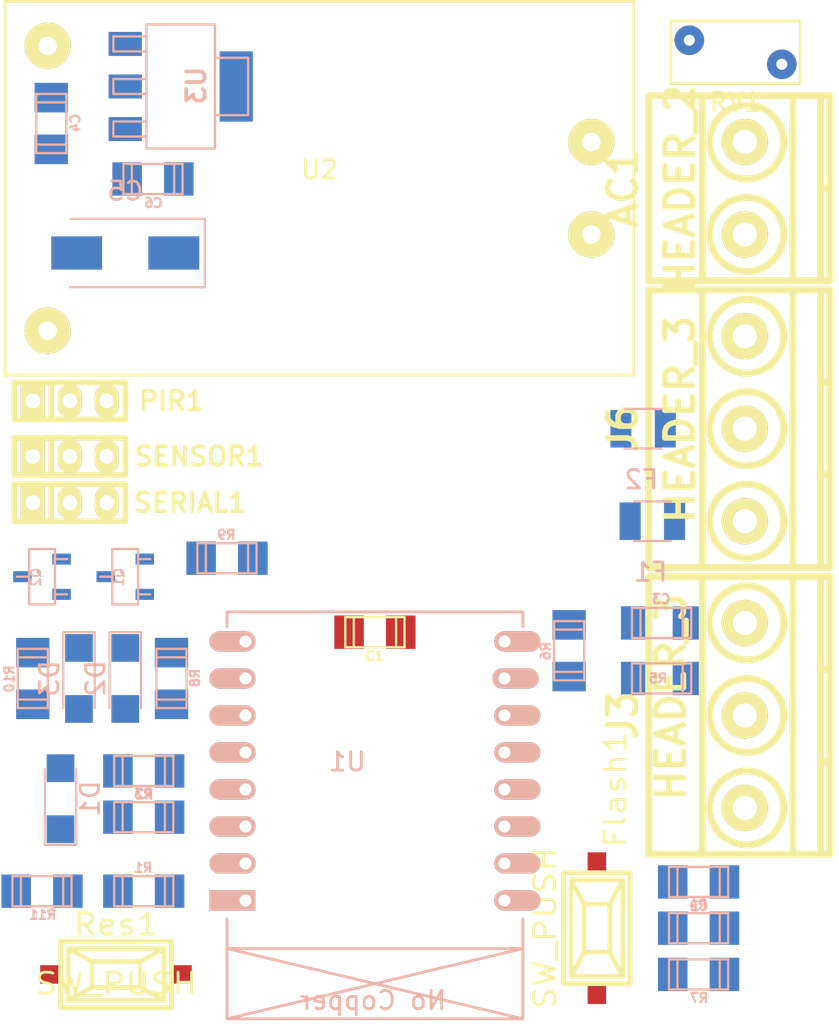
<source format=kicad_pcb>
(kicad_pcb (version 4) (host pcbnew 4.0.6)

  (general
    (links 66)
    (no_connects 66)
    (area 77.498001 83.605958 123.100001 139.375001)
    (thickness 1.6)
    (drawings 4)
    (tracks 0)
    (zones 0)
    (modules 36)
    (nets 32)
  )

  (page A4)
  (layers
    (0 F.Cu signal)
    (31 B.Cu signal)
    (32 B.Adhes user)
    (33 F.Adhes user)
    (34 B.Paste user)
    (35 F.Paste user)
    (36 B.SilkS user)
    (37 F.SilkS user)
    (38 B.Mask user)
    (39 F.Mask user)
    (40 Dwgs.User user)
    (41 Cmts.User user)
    (42 Eco1.User user)
    (43 Eco2.User user)
    (44 Edge.Cuts user)
    (45 Margin user)
    (46 B.CrtYd user)
    (47 F.CrtYd user)
    (48 B.Fab user)
    (49 F.Fab user)
  )

  (setup
    (last_trace_width 0.25)
    (trace_clearance 0.2)
    (zone_clearance 0.508)
    (zone_45_only no)
    (trace_min 0.2)
    (segment_width 0.2)
    (edge_width 0.15)
    (via_size 0.6)
    (via_drill 0.4)
    (via_min_size 0.4)
    (via_min_drill 0.3)
    (uvia_size 0.3)
    (uvia_drill 0.1)
    (uvias_allowed no)
    (uvia_min_size 0.2)
    (uvia_min_drill 0.1)
    (pcb_text_width 0.3)
    (pcb_text_size 1.5 1.5)
    (mod_edge_width 0.15)
    (mod_text_size 1 1)
    (mod_text_width 0.15)
    (pad_size 1.524 1.524)
    (pad_drill 0.762)
    (pad_to_mask_clearance 0.2)
    (aux_axis_origin 0 0)
    (visible_elements 7FFFFFFF)
    (pcbplotparams
      (layerselection 0x00030_80000001)
      (usegerberextensions false)
      (excludeedgelayer true)
      (linewidth 0.100000)
      (plotframeref false)
      (viasonmask false)
      (mode 1)
      (useauxorigin false)
      (hpglpennumber 1)
      (hpglpenspeed 20)
      (hpglpendiameter 15)
      (hpglpenoverlay 2)
      (psnegative false)
      (psa4output false)
      (plotreference true)
      (plotvalue true)
      (plotinvisibletext false)
      (padsonsilk false)
      (subtractmaskfromsilk false)
      (outputformat 1)
      (mirror false)
      (drillshape 1)
      (scaleselection 1)
      (outputdirectory ""))
  )

  (net 0 "")
  (net 1 +3.3V)
  (net 2 GND)
  (net 3 Sw1)
  (net 4 Sw2)
  (net 5 +5V)
  (net 6 "Net-(D1-Pad2)")
  (net 7 "Net-(D2-Pad1)")
  (net 8 "Net-(D3-Pad1)")
  (net 9 "Net-(Q1-Pad1)")
  (net 10 "Net-(Q1-Pad3)")
  (net 11 "Net-(Q2-Pad1)")
  (net 12 "Net-(Q2-Pad3)")
  (net 13 "Net-(F1-Pad1)")
  (net 14 "Net-(F1-Pad2)")
  (net 15 "Net-(F2-Pad1)")
  (net 16 "Net-(F2-Pad2)")
  (net 17 Neu)
  (net 18 Lin)
  (net 19 PIR)
  (net 20 Rx)
  (net 21 Tx)
  (net 22 Sensor)
  (net 23 "Net-(J6-Pad3)")
  (net 24 "Net-(R1-Pad2)")
  (net 25 "Net-(R2-Pad1)")
  (net 26 "Net-(R3-Pad2)")
  (net 27 "Net-(R6-Pad1)")
  (net 28 Relay1)
  (net 29 Relay2)
  (net 30 "Net-(U1-Pad2)")
  (net 31 "Net-(Flash1-Pad2)")

  (net_class Default "Esta es la clase de red por defecto."
    (clearance 0.2)
    (trace_width 0.25)
    (via_dia 0.6)
    (via_drill 0.4)
    (uvia_dia 0.3)
    (uvia_drill 0.1)
    (add_net +3.3V)
    (add_net +5V)
    (add_net GND)
    (add_net Lin)
    (add_net "Net-(D1-Pad2)")
    (add_net "Net-(D2-Pad1)")
    (add_net "Net-(D3-Pad1)")
    (add_net "Net-(F1-Pad1)")
    (add_net "Net-(F1-Pad2)")
    (add_net "Net-(F2-Pad1)")
    (add_net "Net-(F2-Pad2)")
    (add_net "Net-(Flash1-Pad2)")
    (add_net "Net-(J6-Pad3)")
    (add_net "Net-(Q1-Pad1)")
    (add_net "Net-(Q1-Pad3)")
    (add_net "Net-(Q2-Pad1)")
    (add_net "Net-(Q2-Pad3)")
    (add_net "Net-(R1-Pad2)")
    (add_net "Net-(R2-Pad1)")
    (add_net "Net-(R3-Pad2)")
    (add_net "Net-(R6-Pad1)")
    (add_net "Net-(U1-Pad2)")
    (add_net Neu)
    (add_net PIR)
    (add_net Relay1)
    (add_net Relay2)
    (add_net Rx)
    (add_net Sensor)
    (add_net Sw1)
    (add_net Sw2)
    (add_net Tx)
  )

  (module w_smd_cap:c_1206 (layer F.Cu) (tedit 0) (tstamp 595DEB2A)
    (at 98 118 180)
    (descr "SMT capacitor, 1206")
    (path /595B7EAA)
    (fp_text reference C1 (at 0.0254 -1.2954 180) (layer F.SilkS)
      (effects (font (size 0.50038 0.50038) (thickness 0.11938)))
    )
    (fp_text value C (at 0 1.27 180) (layer F.SilkS) hide
      (effects (font (size 0.50038 0.50038) (thickness 0.11938)))
    )
    (fp_line (start 1.143 0.8128) (end 1.143 -0.8128) (layer F.SilkS) (width 0.127))
    (fp_line (start -1.143 -0.8128) (end -1.143 0.8128) (layer F.SilkS) (width 0.127))
    (fp_line (start -1.6002 -0.8128) (end -1.6002 0.8128) (layer F.SilkS) (width 0.127))
    (fp_line (start -1.6002 0.8128) (end 1.6002 0.8128) (layer F.SilkS) (width 0.127))
    (fp_line (start 1.6002 0.8128) (end 1.6002 -0.8128) (layer F.SilkS) (width 0.127))
    (fp_line (start 1.6002 -0.8128) (end -1.6002 -0.8128) (layer F.SilkS) (width 0.127))
    (pad 1 smd rect (at 1.397 0 180) (size 1.6002 1.8034) (layers F.Cu F.Paste F.Mask)
      (net 1 +3.3V))
    (pad 2 smd rect (at -1.397 0 180) (size 1.6002 1.8034) (layers F.Cu F.Paste F.Mask)
      (net 2 GND))
    (model walter/md_cap/c_1206.wrl
      (at (xyz 0 0 0))
      (scale (xyz 1 1 1))
      (rotate (xyz 0 0 0))
    )
  )

  (module w_smd_cap:c_1206 (layer B.Cu) (tedit 0) (tstamp 595DEB36)
    (at 115.5 131.5)
    (descr "SMT capacitor, 1206")
    (path /595B0CA9)
    (fp_text reference C2 (at 0.0254 1.2954) (layer B.SilkS)
      (effects (font (size 0.50038 0.50038) (thickness 0.11938)) (justify mirror))
    )
    (fp_text value C (at 0 -1.27) (layer B.SilkS) hide
      (effects (font (size 0.50038 0.50038) (thickness 0.11938)) (justify mirror))
    )
    (fp_line (start 1.143 -0.8128) (end 1.143 0.8128) (layer B.SilkS) (width 0.127))
    (fp_line (start -1.143 0.8128) (end -1.143 -0.8128) (layer B.SilkS) (width 0.127))
    (fp_line (start -1.6002 0.8128) (end -1.6002 -0.8128) (layer B.SilkS) (width 0.127))
    (fp_line (start -1.6002 -0.8128) (end 1.6002 -0.8128) (layer B.SilkS) (width 0.127))
    (fp_line (start 1.6002 -0.8128) (end 1.6002 0.8128) (layer B.SilkS) (width 0.127))
    (fp_line (start 1.6002 0.8128) (end -1.6002 0.8128) (layer B.SilkS) (width 0.127))
    (pad 1 smd rect (at 1.397 0) (size 1.6002 1.8034) (layers B.Cu B.Paste B.Mask)
      (net 3 Sw1))
    (pad 2 smd rect (at -1.397 0) (size 1.6002 1.8034) (layers B.Cu B.Paste B.Mask)
      (net 2 GND))
    (model walter/smd_cap/c_1206.wrl
      (at (xyz 0 0 0))
      (scale (xyz 1 1 1))
      (rotate (xyz 0 0 0))
    )
  )

  (module w_smd_cap:c_1206 (layer B.Cu) (tedit 0) (tstamp 595DEB42)
    (at 113.5 117.5 180)
    (descr "SMT capacitor, 1206")
    (path /595B0E3C)
    (fp_text reference C3 (at 0.0254 1.2954 180) (layer B.SilkS)
      (effects (font (size 0.50038 0.50038) (thickness 0.11938)) (justify mirror))
    )
    (fp_text value C (at 0 -1.27 180) (layer B.SilkS) hide
      (effects (font (size 0.50038 0.50038) (thickness 0.11938)) (justify mirror))
    )
    (fp_line (start 1.143 -0.8128) (end 1.143 0.8128) (layer B.SilkS) (width 0.127))
    (fp_line (start -1.143 0.8128) (end -1.143 -0.8128) (layer B.SilkS) (width 0.127))
    (fp_line (start -1.6002 0.8128) (end -1.6002 -0.8128) (layer B.SilkS) (width 0.127))
    (fp_line (start -1.6002 -0.8128) (end 1.6002 -0.8128) (layer B.SilkS) (width 0.127))
    (fp_line (start 1.6002 -0.8128) (end 1.6002 0.8128) (layer B.SilkS) (width 0.127))
    (fp_line (start 1.6002 0.8128) (end -1.6002 0.8128) (layer B.SilkS) (width 0.127))
    (pad 1 smd rect (at 1.397 0 180) (size 1.6002 1.8034) (layers B.Cu B.Paste B.Mask)
      (net 4 Sw2))
    (pad 2 smd rect (at -1.397 0 180) (size 1.6002 1.8034) (layers B.Cu B.Paste B.Mask)
      (net 2 GND))
    (model walter/smd_cap/c_1206.wrl
      (at (xyz 0 0 0))
      (scale (xyz 1 1 1))
      (rotate (xyz 0 0 0))
    )
  )

  (module w_smd_cap:c_1206 (layer B.Cu) (tedit 0) (tstamp 595DEB4E)
    (at 80.5 90.5 90)
    (descr "SMT capacitor, 1206")
    (path /59593C8A)
    (fp_text reference C4 (at 0.0254 1.2954 90) (layer B.SilkS)
      (effects (font (size 0.50038 0.50038) (thickness 0.11938)) (justify mirror))
    )
    (fp_text value C (at 0 -1.27 90) (layer B.SilkS) hide
      (effects (font (size 0.50038 0.50038) (thickness 0.11938)) (justify mirror))
    )
    (fp_line (start 1.143 -0.8128) (end 1.143 0.8128) (layer B.SilkS) (width 0.127))
    (fp_line (start -1.143 0.8128) (end -1.143 -0.8128) (layer B.SilkS) (width 0.127))
    (fp_line (start -1.6002 0.8128) (end -1.6002 -0.8128) (layer B.SilkS) (width 0.127))
    (fp_line (start -1.6002 -0.8128) (end 1.6002 -0.8128) (layer B.SilkS) (width 0.127))
    (fp_line (start 1.6002 -0.8128) (end 1.6002 0.8128) (layer B.SilkS) (width 0.127))
    (fp_line (start 1.6002 0.8128) (end -1.6002 0.8128) (layer B.SilkS) (width 0.127))
    (pad 1 smd rect (at 1.397 0 90) (size 1.6002 1.8034) (layers B.Cu B.Paste B.Mask)
      (net 5 +5V))
    (pad 2 smd rect (at -1.397 0 90) (size 1.6002 1.8034) (layers B.Cu B.Paste B.Mask)
      (net 2 GND))
    (model walter/smd_cap/c_1206.wrl
      (at (xyz 0 0 0))
      (scale (xyz 1 1 1))
      (rotate (xyz 0 0 0))
    )
  )

  (module w_smd_cap:c_1206 (layer B.Cu) (tedit 0) (tstamp 595DEB5A)
    (at 86 93.5)
    (descr "SMT capacitor, 1206")
    (path /59593786)
    (fp_text reference C6 (at 0.0254 1.2954) (layer B.SilkS)
      (effects (font (size 0.50038 0.50038) (thickness 0.11938)) (justify mirror))
    )
    (fp_text value C (at 0 -1.27) (layer B.SilkS) hide
      (effects (font (size 0.50038 0.50038) (thickness 0.11938)) (justify mirror))
    )
    (fp_line (start 1.143 -0.8128) (end 1.143 0.8128) (layer B.SilkS) (width 0.127))
    (fp_line (start -1.143 0.8128) (end -1.143 -0.8128) (layer B.SilkS) (width 0.127))
    (fp_line (start -1.6002 0.8128) (end -1.6002 -0.8128) (layer B.SilkS) (width 0.127))
    (fp_line (start -1.6002 -0.8128) (end 1.6002 -0.8128) (layer B.SilkS) (width 0.127))
    (fp_line (start 1.6002 -0.8128) (end 1.6002 0.8128) (layer B.SilkS) (width 0.127))
    (fp_line (start 1.6002 0.8128) (end -1.6002 0.8128) (layer B.SilkS) (width 0.127))
    (pad 1 smd rect (at 1.397 0) (size 1.6002 1.8034) (layers B.Cu B.Paste B.Mask)
      (net 1 +3.3V))
    (pad 2 smd rect (at -1.397 0) (size 1.6002 1.8034) (layers B.Cu B.Paste B.Mask)
      (net 2 GND))
    (model walter/smd_cap/c_1206.wrl
      (at (xyz 0 0 0))
      (scale (xyz 1 1 1))
      (rotate (xyz 0 0 0))
    )
  )

  (module LEDs:LED_1206 (layer B.Cu) (tedit 57FE943C) (tstamp 595DEB6F)
    (at 81 127 90)
    (descr "LED 1206 smd package")
    (tags "LED led 1206 SMD smd SMT smt smdled SMDLED smtled SMTLED")
    (path /595AC039)
    (attr smd)
    (fp_text reference D1 (at 0 1.6 90) (layer B.SilkS)
      (effects (font (size 1 1) (thickness 0.15)) (justify mirror))
    )
    (fp_text value LED (at 0 -1.7 90) (layer B.Fab)
      (effects (font (size 1 1) (thickness 0.15)) (justify mirror))
    )
    (fp_line (start -2.5 0.85) (end -2.5 -0.85) (layer B.SilkS) (width 0.12))
    (fp_line (start -0.45 0.4) (end -0.45 -0.4) (layer B.Fab) (width 0.1))
    (fp_line (start -0.4 0) (end 0.2 0.4) (layer B.Fab) (width 0.1))
    (fp_line (start 0.2 -0.4) (end -0.4 0) (layer B.Fab) (width 0.1))
    (fp_line (start 0.2 0.4) (end 0.2 -0.4) (layer B.Fab) (width 0.1))
    (fp_line (start 1.6 -0.8) (end -1.6 -0.8) (layer B.Fab) (width 0.1))
    (fp_line (start 1.6 0.8) (end 1.6 -0.8) (layer B.Fab) (width 0.1))
    (fp_line (start -1.6 0.8) (end 1.6 0.8) (layer B.Fab) (width 0.1))
    (fp_line (start -1.6 -0.8) (end -1.6 0.8) (layer B.Fab) (width 0.1))
    (fp_line (start -2.45 -0.85) (end 1.6 -0.85) (layer B.SilkS) (width 0.12))
    (fp_line (start -2.45 0.85) (end 1.6 0.85) (layer B.SilkS) (width 0.12))
    (fp_line (start 2.65 1) (end 2.65 -1) (layer B.CrtYd) (width 0.05))
    (fp_line (start 2.65 -1) (end -2.65 -1) (layer B.CrtYd) (width 0.05))
    (fp_line (start -2.65 -1) (end -2.65 1) (layer B.CrtYd) (width 0.05))
    (fp_line (start -2.65 1) (end 2.65 1) (layer B.CrtYd) (width 0.05))
    (pad 2 smd rect (at 1.65 0 270) (size 1.5 1.5) (layers B.Cu B.Paste B.Mask)
      (net 6 "Net-(D1-Pad2)"))
    (pad 1 smd rect (at -1.65 0 270) (size 1.5 1.5) (layers B.Cu B.Paste B.Mask)
      (net 2 GND))
    (model LEDs.3dshapes/LED_1206.wrl
      (at (xyz 0 0 0))
      (scale (xyz 1 1 1))
      (rotate (xyz 0 0 180))
    )
  )

  (module LEDs:LED_1206 (layer B.Cu) (tedit 57FE943C) (tstamp 595DEB84)
    (at 84.5 120.5 270)
    (descr "LED 1206 smd package")
    (tags "LED led 1206 SMD smd SMT smt smdled SMDLED smtled SMTLED")
    (path /595B3C53)
    (attr smd)
    (fp_text reference D2 (at 0 1.6 270) (layer B.SilkS)
      (effects (font (size 1 1) (thickness 0.15)) (justify mirror))
    )
    (fp_text value LED (at 0 -1.7 270) (layer B.Fab)
      (effects (font (size 1 1) (thickness 0.15)) (justify mirror))
    )
    (fp_line (start -2.5 0.85) (end -2.5 -0.85) (layer B.SilkS) (width 0.12))
    (fp_line (start -0.45 0.4) (end -0.45 -0.4) (layer B.Fab) (width 0.1))
    (fp_line (start -0.4 0) (end 0.2 0.4) (layer B.Fab) (width 0.1))
    (fp_line (start 0.2 -0.4) (end -0.4 0) (layer B.Fab) (width 0.1))
    (fp_line (start 0.2 0.4) (end 0.2 -0.4) (layer B.Fab) (width 0.1))
    (fp_line (start 1.6 -0.8) (end -1.6 -0.8) (layer B.Fab) (width 0.1))
    (fp_line (start 1.6 0.8) (end 1.6 -0.8) (layer B.Fab) (width 0.1))
    (fp_line (start -1.6 0.8) (end 1.6 0.8) (layer B.Fab) (width 0.1))
    (fp_line (start -1.6 -0.8) (end -1.6 0.8) (layer B.Fab) (width 0.1))
    (fp_line (start -2.45 -0.85) (end 1.6 -0.85) (layer B.SilkS) (width 0.12))
    (fp_line (start -2.45 0.85) (end 1.6 0.85) (layer B.SilkS) (width 0.12))
    (fp_line (start 2.65 1) (end 2.65 -1) (layer B.CrtYd) (width 0.05))
    (fp_line (start 2.65 -1) (end -2.65 -1) (layer B.CrtYd) (width 0.05))
    (fp_line (start -2.65 -1) (end -2.65 1) (layer B.CrtYd) (width 0.05))
    (fp_line (start -2.65 1) (end 2.65 1) (layer B.CrtYd) (width 0.05))
    (pad 2 smd rect (at 1.65 0 90) (size 1.5 1.5) (layers B.Cu B.Paste B.Mask)
      (net 5 +5V))
    (pad 1 smd rect (at -1.65 0 90) (size 1.5 1.5) (layers B.Cu B.Paste B.Mask)
      (net 7 "Net-(D2-Pad1)"))
    (model LEDs.3dshapes/LED_1206.wrl
      (at (xyz 0 0 0))
      (scale (xyz 1 1 1))
      (rotate (xyz 0 0 180))
    )
  )

  (module LEDs:LED_1206 (layer B.Cu) (tedit 57FE943C) (tstamp 595DEB99)
    (at 82 120.5 270)
    (descr "LED 1206 smd package")
    (tags "LED led 1206 SMD smd SMT smt smdled SMDLED smtled SMTLED")
    (path /595C1C14)
    (attr smd)
    (fp_text reference D3 (at 0 1.6 270) (layer B.SilkS)
      (effects (font (size 1 1) (thickness 0.15)) (justify mirror))
    )
    (fp_text value LED (at 0 -1.7 270) (layer B.Fab)
      (effects (font (size 1 1) (thickness 0.15)) (justify mirror))
    )
    (fp_line (start -2.5 0.85) (end -2.5 -0.85) (layer B.SilkS) (width 0.12))
    (fp_line (start -0.45 0.4) (end -0.45 -0.4) (layer B.Fab) (width 0.1))
    (fp_line (start -0.4 0) (end 0.2 0.4) (layer B.Fab) (width 0.1))
    (fp_line (start 0.2 -0.4) (end -0.4 0) (layer B.Fab) (width 0.1))
    (fp_line (start 0.2 0.4) (end 0.2 -0.4) (layer B.Fab) (width 0.1))
    (fp_line (start 1.6 -0.8) (end -1.6 -0.8) (layer B.Fab) (width 0.1))
    (fp_line (start 1.6 0.8) (end 1.6 -0.8) (layer B.Fab) (width 0.1))
    (fp_line (start -1.6 0.8) (end 1.6 0.8) (layer B.Fab) (width 0.1))
    (fp_line (start -1.6 -0.8) (end -1.6 0.8) (layer B.Fab) (width 0.1))
    (fp_line (start -2.45 -0.85) (end 1.6 -0.85) (layer B.SilkS) (width 0.12))
    (fp_line (start -2.45 0.85) (end 1.6 0.85) (layer B.SilkS) (width 0.12))
    (fp_line (start 2.65 1) (end 2.65 -1) (layer B.CrtYd) (width 0.05))
    (fp_line (start 2.65 -1) (end -2.65 -1) (layer B.CrtYd) (width 0.05))
    (fp_line (start -2.65 -1) (end -2.65 1) (layer B.CrtYd) (width 0.05))
    (fp_line (start -2.65 1) (end 2.65 1) (layer B.CrtYd) (width 0.05))
    (pad 2 smd rect (at 1.65 0 90) (size 1.5 1.5) (layers B.Cu B.Paste B.Mask)
      (net 5 +5V))
    (pad 1 smd rect (at -1.65 0 90) (size 1.5 1.5) (layers B.Cu B.Paste B.Mask)
      (net 8 "Net-(D3-Pad1)"))
    (model LEDs.3dshapes/LED_1206.wrl
      (at (xyz 0 0 0))
      (scale (xyz 1 1 1))
      (rotate (xyz 0 0 180))
    )
  )

  (module Fuse_Holders_and_Fuses:Fuse_SMD1206_Reflow (layer B.Cu) (tedit 0) (tstamp 595DBDC3)
    (at 113 112)
    (descr "Fuse, Sicherung, SMD1206, Littlefuse-Wickmann, Reflow,")
    (tags "Fuse Sicherung SMD1206 Littlefuse-Wickmann Reflow ")
    (path /595BFCEB)
    (attr smd)
    (fp_text reference F1 (at -0.1 2.75) (layer B.SilkS)
      (effects (font (size 1 1) (thickness 0.15)) (justify mirror))
    )
    (fp_text value Fuse_Small (at -0.45 -3.2) (layer B.Fab)
      (effects (font (size 1 1) (thickness 0.15)) (justify mirror))
    )
    (fp_line (start -1.6 -0.8) (end -1.6 0.8) (layer B.Fab) (width 0.1))
    (fp_line (start 1.6 -0.8) (end -1.6 -0.8) (layer B.Fab) (width 0.1))
    (fp_line (start 1.6 0.8) (end 1.6 -0.8) (layer B.Fab) (width 0.1))
    (fp_line (start -1.6 0.8) (end 1.6 0.8) (layer B.Fab) (width 0.1))
    (fp_line (start 1 -1.07) (end -1 -1.07) (layer B.SilkS) (width 0.12))
    (fp_line (start -1 1.07) (end 1 1.07) (layer B.SilkS) (width 0.12))
    (fp_line (start -2.47 1.05) (end 2.47 1.05) (layer B.CrtYd) (width 0.05))
    (fp_line (start -2.47 1.05) (end -2.47 -1.05) (layer B.CrtYd) (width 0.05))
    (fp_line (start 2.47 -1.05) (end 2.47 1.05) (layer B.CrtYd) (width 0.05))
    (fp_line (start 2.47 -1.05) (end -2.47 -1.05) (layer B.CrtYd) (width 0.05))
    (pad 1 smd rect (at -1.2 0 270) (size 2.03 1.14) (layers B.Cu B.Paste B.Mask)
      (net 13 "Net-(F1-Pad1)"))
    (pad 2 smd rect (at 1.2 0 270) (size 2.03 1.14) (layers B.Cu B.Paste B.Mask)
      (net 14 "Net-(F1-Pad2)"))
  )

  (module Fuse_Holders_and_Fuses:Fuse_SMD1206_Reflow (layer B.Cu) (tedit 0) (tstamp 595DBDC9)
    (at 112.5 107)
    (descr "Fuse, Sicherung, SMD1206, Littlefuse-Wickmann, Reflow,")
    (tags "Fuse Sicherung SMD1206 Littlefuse-Wickmann Reflow ")
    (path /595C1C49)
    (attr smd)
    (fp_text reference F2 (at -0.1 2.75) (layer B.SilkS)
      (effects (font (size 1 1) (thickness 0.15)) (justify mirror))
    )
    (fp_text value Fuse_Small (at -0.45 -3.2) (layer B.Fab)
      (effects (font (size 1 1) (thickness 0.15)) (justify mirror))
    )
    (fp_line (start -1.6 -0.8) (end -1.6 0.8) (layer B.Fab) (width 0.1))
    (fp_line (start 1.6 -0.8) (end -1.6 -0.8) (layer B.Fab) (width 0.1))
    (fp_line (start 1.6 0.8) (end 1.6 -0.8) (layer B.Fab) (width 0.1))
    (fp_line (start -1.6 0.8) (end 1.6 0.8) (layer B.Fab) (width 0.1))
    (fp_line (start 1 -1.07) (end -1 -1.07) (layer B.SilkS) (width 0.12))
    (fp_line (start -1 1.07) (end 1 1.07) (layer B.SilkS) (width 0.12))
    (fp_line (start -2.47 1.05) (end 2.47 1.05) (layer B.CrtYd) (width 0.05))
    (fp_line (start -2.47 1.05) (end -2.47 -1.05) (layer B.CrtYd) (width 0.05))
    (fp_line (start 2.47 -1.05) (end 2.47 1.05) (layer B.CrtYd) (width 0.05))
    (fp_line (start 2.47 -1.05) (end -2.47 -1.05) (layer B.CrtYd) (width 0.05))
    (pad 1 smd rect (at -1.2 0 270) (size 2.03 1.14) (layers B.Cu B.Paste B.Mask)
      (net 15 "Net-(F2-Pad1)"))
    (pad 2 smd rect (at 1.2 0 270) (size 2.03 1.14) (layers B.Cu B.Paste B.Mask)
      (net 16 "Net-(F2-Pad2)"))
  )

  (module w_conn_mkds:mkds_1,5-3 (layer F.Cu) (tedit 595E8373) (tstamp 595DBDDD)
    (at 118 122.5 90)
    (descr "3-way 5mm pitch terminal block, Phoenix MKDS series")
    (path /5959A639)
    (fp_text reference J3 (at 0 -6.6 90) (layer F.SilkS)
      (effects (font (size 1.5 1.5) (thickness 0.3)))
    )
    (fp_text value HEADER_3 (at 1 -4 90) (layer F.SilkS)
      (effects (font (size 1.5 1.5) (thickness 0.3)))
    )
    (fp_circle (center 5 0.1) (end 3 0.1) (layer F.SilkS) (width 0.381))
    (fp_line (start 2.5 4.1) (end 2.5 4.6) (layer F.SilkS) (width 0.381))
    (fp_line (start -2.5 4.1) (end -2.5 4.6) (layer F.SilkS) (width 0.381))
    (fp_circle (center 0 0.1) (end -2 0.1) (layer F.SilkS) (width 0.381))
    (fp_circle (center -5 0.1) (end -3 0.1) (layer F.SilkS) (width 0.381))
    (fp_line (start -7.5 2.6) (end 7.5 2.6) (layer F.SilkS) (width 0.381))
    (fp_line (start -7.5 -2.3) (end 7.5 -2.3) (layer F.SilkS) (width 0.381))
    (fp_line (start -7.5 4.1) (end 7.5 4.1) (layer F.SilkS) (width 0.381))
    (fp_line (start -7.5 4.6) (end 7.5 4.6) (layer F.SilkS) (width 0.381))
    (fp_line (start 7.5 4.6) (end 7.5 -5.2) (layer F.SilkS) (width 0.381))
    (fp_line (start 7.5 -5.2) (end -7.5 -5.2) (layer F.SilkS) (width 0.381))
    (fp_line (start -7.5 -5.2) (end -7.5 4.6) (layer F.SilkS) (width 0.381))
    (pad 3 thru_hole circle (at 5 0 90) (size 2.5 2.5) (drill 1.3) (layers *.Cu *.Mask F.SilkS)
      (net 2 GND))
    (pad 1 thru_hole circle (at -5 0 90) (size 2.5 2.5) (drill 1.3) (layers *.Cu *.Mask F.SilkS)
      (net 3 Sw1))
    (pad 2 thru_hole circle (at 0 0 90) (size 2.5 2.5) (drill 1.3) (layers *.Cu *.Mask F.SilkS)
      (net 4 Sw2))
    (model walter/conn_mkds/mkds_1,5-3.wrl
      (at (xyz 0 0 0))
      (scale (xyz 1 1 1))
      (rotate (xyz 0 0 0))
    )
  )

  (module w_conn_mkds:mkds_1,5-3 (layer F.Cu) (tedit 595E8370) (tstamp 595DBDF2)
    (at 118 107 90)
    (descr "3-way 5mm pitch terminal block, Phoenix MKDS series")
    (path /595C4E13)
    (fp_text reference J6 (at 0 -6.6 90) (layer F.SilkS)
      (effects (font (size 1.5 1.5) (thickness 0.3)))
    )
    (fp_text value HEADER_3 (at 0.5 -3.5 90) (layer F.SilkS)
      (effects (font (size 1.5 1.5) (thickness 0.3)))
    )
    (fp_circle (center 5 0.1) (end 3 0.1) (layer F.SilkS) (width 0.381))
    (fp_line (start 2.5 4.1) (end 2.5 4.6) (layer F.SilkS) (width 0.381))
    (fp_line (start -2.5 4.1) (end -2.5 4.6) (layer F.SilkS) (width 0.381))
    (fp_circle (center 0 0.1) (end -2 0.1) (layer F.SilkS) (width 0.381))
    (fp_circle (center -5 0.1) (end -3 0.1) (layer F.SilkS) (width 0.381))
    (fp_line (start -7.5 2.6) (end 7.5 2.6) (layer F.SilkS) (width 0.381))
    (fp_line (start -7.5 -2.3) (end 7.5 -2.3) (layer F.SilkS) (width 0.381))
    (fp_line (start -7.5 4.1) (end 7.5 4.1) (layer F.SilkS) (width 0.381))
    (fp_line (start -7.5 4.6) (end 7.5 4.6) (layer F.SilkS) (width 0.381))
    (fp_line (start 7.5 4.6) (end 7.5 -5.2) (layer F.SilkS) (width 0.381))
    (fp_line (start 7.5 -5.2) (end -7.5 -5.2) (layer F.SilkS) (width 0.381))
    (fp_line (start -7.5 -5.2) (end -7.5 4.6) (layer F.SilkS) (width 0.381))
    (pad 3 thru_hole circle (at 5 0 90) (size 2.5 2.5) (drill 1.3) (layers *.Cu *.Mask F.SilkS)
      (net 23 "Net-(J6-Pad3)"))
    (pad 1 thru_hole circle (at -5 0 90) (size 2.5 2.5) (drill 1.3) (layers *.Cu *.Mask F.SilkS)
      (net 14 "Net-(F1-Pad2)"))
    (pad 2 thru_hole circle (at 0 0 90) (size 2.5 2.5) (drill 1.3) (layers *.Cu *.Mask F.SilkS)
      (net 16 "Net-(F2-Pad2)"))
    (model walter/conn_mkds/mkds_1,5-3.wrl
      (at (xyz 0 0 0))
      (scale (xyz 1 1 1))
      (rotate (xyz 0 0 0))
    )
  )

  (module w_smd_resistors:r_1206 (layer B.Cu) (tedit 0) (tstamp 595DBDF8)
    (at 85.5 132 180)
    (descr "SMT resistor, 1206")
    (path /5957FED8)
    (fp_text reference R1 (at 0.0254 1.27 180) (layer B.SilkS)
      (effects (font (size 0.50038 0.50038) (thickness 0.11938)) (justify mirror))
    )
    (fp_text value 10k (at 0 -1.27 180) (layer B.SilkS) hide
      (effects (font (size 0.50038 0.50038) (thickness 0.11938)) (justify mirror))
    )
    (fp_line (start 1.143 -0.8128) (end 1.143 0.8128) (layer B.SilkS) (width 0.127))
    (fp_line (start -1.143 0.8128) (end -1.143 -0.8128) (layer B.SilkS) (width 0.127))
    (fp_line (start -1.6002 0.8128) (end -1.6002 -0.8128) (layer B.SilkS) (width 0.127))
    (fp_line (start -1.6002 -0.8128) (end 1.6002 -0.8128) (layer B.SilkS) (width 0.127))
    (fp_line (start 1.6002 -0.8128) (end 1.6002 0.8128) (layer B.SilkS) (width 0.127))
    (fp_line (start 1.6002 0.8128) (end -1.6002 0.8128) (layer B.SilkS) (width 0.127))
    (pad 1 smd rect (at 1.397 0 180) (size 1.6002 1.8034) (layers B.Cu B.Paste B.Mask)
      (net 1 +3.3V))
    (pad 2 smd rect (at -1.397 0 180) (size 1.6002 1.8034) (layers B.Cu B.Paste B.Mask)
      (net 24 "Net-(R1-Pad2)"))
    (model walter/smd_resistors/r_1206.wrl
      (at (xyz 0 0 0))
      (scale (xyz 1 1 1))
      (rotate (xyz 0 0 0))
    )
  )

  (module w_smd_resistors:r_1206 (layer B.Cu) (tedit 0) (tstamp 595DBDFE)
    (at 85.5 125.5)
    (descr "SMT resistor, 1206")
    (path /595ABC23)
    (fp_text reference R2 (at 0.0254 1.27) (layer B.SilkS)
      (effects (font (size 0.50038 0.50038) (thickness 0.11938)) (justify mirror))
    )
    (fp_text value R (at 0 -1.27) (layer B.SilkS) hide
      (effects (font (size 0.50038 0.50038) (thickness 0.11938)) (justify mirror))
    )
    (fp_line (start 1.143 -0.8128) (end 1.143 0.8128) (layer B.SilkS) (width 0.127))
    (fp_line (start -1.143 0.8128) (end -1.143 -0.8128) (layer B.SilkS) (width 0.127))
    (fp_line (start -1.6002 0.8128) (end -1.6002 -0.8128) (layer B.SilkS) (width 0.127))
    (fp_line (start -1.6002 -0.8128) (end 1.6002 -0.8128) (layer B.SilkS) (width 0.127))
    (fp_line (start 1.6002 -0.8128) (end 1.6002 0.8128) (layer B.SilkS) (width 0.127))
    (fp_line (start 1.6002 0.8128) (end -1.6002 0.8128) (layer B.SilkS) (width 0.127))
    (pad 1 smd rect (at 1.397 0) (size 1.6002 1.8034) (layers B.Cu B.Paste B.Mask)
      (net 25 "Net-(R2-Pad1)"))
    (pad 2 smd rect (at -1.397 0) (size 1.6002 1.8034) (layers B.Cu B.Paste B.Mask)
      (net 6 "Net-(D1-Pad2)"))
    (model walter/smd_resistors/r_1206.wrl
      (at (xyz 0 0 0))
      (scale (xyz 1 1 1))
      (rotate (xyz 0 0 0))
    )
  )

  (module w_smd_resistors:r_1206 (layer B.Cu) (tedit 0) (tstamp 595DBE04)
    (at 85.5 128 180)
    (descr "SMT resistor, 1206")
    (path /595800E5)
    (fp_text reference R3 (at 0.0254 1.27 180) (layer B.SilkS)
      (effects (font (size 0.50038 0.50038) (thickness 0.11938)) (justify mirror))
    )
    (fp_text value R (at 0 -1.27 180) (layer B.SilkS) hide
      (effects (font (size 0.50038 0.50038) (thickness 0.11938)) (justify mirror))
    )
    (fp_line (start 1.143 -0.8128) (end 1.143 0.8128) (layer B.SilkS) (width 0.127))
    (fp_line (start -1.143 0.8128) (end -1.143 -0.8128) (layer B.SilkS) (width 0.127))
    (fp_line (start -1.6002 0.8128) (end -1.6002 -0.8128) (layer B.SilkS) (width 0.127))
    (fp_line (start -1.6002 -0.8128) (end 1.6002 -0.8128) (layer B.SilkS) (width 0.127))
    (fp_line (start 1.6002 -0.8128) (end 1.6002 0.8128) (layer B.SilkS) (width 0.127))
    (fp_line (start 1.6002 0.8128) (end -1.6002 0.8128) (layer B.SilkS) (width 0.127))
    (pad 1 smd rect (at 1.397 0 180) (size 1.6002 1.8034) (layers B.Cu B.Paste B.Mask)
      (net 1 +3.3V))
    (pad 2 smd rect (at -1.397 0 180) (size 1.6002 1.8034) (layers B.Cu B.Paste B.Mask)
      (net 26 "Net-(R3-Pad2)"))
    (model walter/smd_resistors/r_1206.wrl
      (at (xyz 0 0 0))
      (scale (xyz 1 1 1))
      (rotate (xyz 0 0 0))
    )
  )

  (module w_smd_resistors:r_1206 (layer B.Cu) (tedit 0) (tstamp 595DBE0A)
    (at 115.5 134 180)
    (descr "SMT resistor, 1206")
    (path /595AF4CC)
    (fp_text reference R4 (at 0.0254 1.27 180) (layer B.SilkS)
      (effects (font (size 0.50038 0.50038) (thickness 0.11938)) (justify mirror))
    )
    (fp_text value R (at 0 -1.27 180) (layer B.SilkS) hide
      (effects (font (size 0.50038 0.50038) (thickness 0.11938)) (justify mirror))
    )
    (fp_line (start 1.143 -0.8128) (end 1.143 0.8128) (layer B.SilkS) (width 0.127))
    (fp_line (start -1.143 0.8128) (end -1.143 -0.8128) (layer B.SilkS) (width 0.127))
    (fp_line (start -1.6002 0.8128) (end -1.6002 -0.8128) (layer B.SilkS) (width 0.127))
    (fp_line (start -1.6002 -0.8128) (end 1.6002 -0.8128) (layer B.SilkS) (width 0.127))
    (fp_line (start 1.6002 -0.8128) (end 1.6002 0.8128) (layer B.SilkS) (width 0.127))
    (fp_line (start 1.6002 0.8128) (end -1.6002 0.8128) (layer B.SilkS) (width 0.127))
    (pad 1 smd rect (at 1.397 0 180) (size 1.6002 1.8034) (layers B.Cu B.Paste B.Mask)
      (net 1 +3.3V))
    (pad 2 smd rect (at -1.397 0 180) (size 1.6002 1.8034) (layers B.Cu B.Paste B.Mask)
      (net 3 Sw1))
    (model walter/smd_resistors/r_1206.wrl
      (at (xyz 0 0 0))
      (scale (xyz 1 1 1))
      (rotate (xyz 0 0 0))
    )
  )

  (module w_smd_resistors:r_1206 (layer B.Cu) (tedit 595E833A) (tstamp 595DBE10)
    (at 113.5 120.5 180)
    (descr "SMT resistor, 1206")
    (path /595B0025)
    (fp_text reference R5 (at 0.2029 -0.000044 180) (layer B.SilkS)
      (effects (font (size 0.50038 0.50038) (thickness 0.11938)) (justify mirror))
    )
    (fp_text value R (at 0 -1.27 180) (layer B.SilkS) hide
      (effects (font (size 0.50038 0.50038) (thickness 0.11938)) (justify mirror))
    )
    (fp_line (start 1.143 -0.8128) (end 1.143 0.8128) (layer B.SilkS) (width 0.127))
    (fp_line (start -1.143 0.8128) (end -1.143 -0.8128) (layer B.SilkS) (width 0.127))
    (fp_line (start -1.6002 0.8128) (end -1.6002 -0.8128) (layer B.SilkS) (width 0.127))
    (fp_line (start -1.6002 -0.8128) (end 1.6002 -0.8128) (layer B.SilkS) (width 0.127))
    (fp_line (start 1.6002 -0.8128) (end 1.6002 0.8128) (layer B.SilkS) (width 0.127))
    (fp_line (start 1.6002 0.8128) (end -1.6002 0.8128) (layer B.SilkS) (width 0.127))
    (pad 1 smd rect (at 1.397 0 180) (size 1.6002 1.8034) (layers B.Cu B.Paste B.Mask)
      (net 1 +3.3V))
    (pad 2 smd rect (at -1.397 0 180) (size 1.6002 1.8034) (layers B.Cu B.Paste B.Mask)
      (net 4 Sw2))
    (model walter/smd_resistors/r_1206.wrl
      (at (xyz 0 0 0))
      (scale (xyz 1 1 1))
      (rotate (xyz 0 0 0))
    )
  )

  (module w_smd_resistors:r_1206 (layer B.Cu) (tedit 0) (tstamp 595DBE16)
    (at 108.5 119 270)
    (descr "SMT resistor, 1206")
    (path /595810B3)
    (fp_text reference R6 (at 0.0254 1.27 270) (layer B.SilkS)
      (effects (font (size 0.50038 0.50038) (thickness 0.11938)) (justify mirror))
    )
    (fp_text value 1k (at 0 -1.27 270) (layer B.SilkS) hide
      (effects (font (size 0.50038 0.50038) (thickness 0.11938)) (justify mirror))
    )
    (fp_line (start 1.143 -0.8128) (end 1.143 0.8128) (layer B.SilkS) (width 0.127))
    (fp_line (start -1.143 0.8128) (end -1.143 -0.8128) (layer B.SilkS) (width 0.127))
    (fp_line (start -1.6002 0.8128) (end -1.6002 -0.8128) (layer B.SilkS) (width 0.127))
    (fp_line (start -1.6002 -0.8128) (end 1.6002 -0.8128) (layer B.SilkS) (width 0.127))
    (fp_line (start 1.6002 -0.8128) (end 1.6002 0.8128) (layer B.SilkS) (width 0.127))
    (fp_line (start 1.6002 0.8128) (end -1.6002 0.8128) (layer B.SilkS) (width 0.127))
    (pad 1 smd rect (at 1.397 0 270) (size 1.6002 1.8034) (layers B.Cu B.Paste B.Mask)
      (net 27 "Net-(R6-Pad1)"))
    (pad 2 smd rect (at -1.397 0 270) (size 1.6002 1.8034) (layers B.Cu B.Paste B.Mask)
      (net 2 GND))
    (model walter/smd_resistors/r_1206.wrl
      (at (xyz 0 0 0))
      (scale (xyz 1 1 1))
      (rotate (xyz 0 0 0))
    )
  )

  (module w_smd_resistors:r_1206 (layer B.Cu) (tedit 0) (tstamp 595DBE1C)
    (at 115.5 136.5)
    (descr "SMT resistor, 1206")
    (path /5959CB70)
    (fp_text reference R7 (at 0.0254 1.27) (layer B.SilkS)
      (effects (font (size 0.50038 0.50038) (thickness 0.11938)) (justify mirror))
    )
    (fp_text value 10k (at 0 -1.27) (layer B.SilkS) hide
      (effects (font (size 0.50038 0.50038) (thickness 0.11938)) (justify mirror))
    )
    (fp_line (start 1.143 -0.8128) (end 1.143 0.8128) (layer B.SilkS) (width 0.127))
    (fp_line (start -1.143 0.8128) (end -1.143 -0.8128) (layer B.SilkS) (width 0.127))
    (fp_line (start -1.6002 0.8128) (end -1.6002 -0.8128) (layer B.SilkS) (width 0.127))
    (fp_line (start -1.6002 -0.8128) (end 1.6002 -0.8128) (layer B.SilkS) (width 0.127))
    (fp_line (start 1.6002 -0.8128) (end 1.6002 0.8128) (layer B.SilkS) (width 0.127))
    (fp_line (start 1.6002 0.8128) (end -1.6002 0.8128) (layer B.SilkS) (width 0.127))
    (pad 1 smd rect (at 1.397 0) (size 1.6002 1.8034) (layers B.Cu B.Paste B.Mask)
      (net 1 +3.3V))
    (pad 2 smd rect (at -1.397 0) (size 1.6002 1.8034) (layers B.Cu B.Paste B.Mask)
      (net 31 "Net-(Flash1-Pad2)"))
    (model walter/smd_resistors/r_1206.wrl
      (at (xyz 0 0 0))
      (scale (xyz 1 1 1))
      (rotate (xyz 0 0 0))
    )
  )

  (module w_smd_resistors:r_1206 (layer B.Cu) (tedit 0) (tstamp 595DBE22)
    (at 87 120.5 90)
    (descr "SMT resistor, 1206")
    (path /595B3BC8)
    (fp_text reference R8 (at 0.0254 1.27 90) (layer B.SilkS)
      (effects (font (size 0.50038 0.50038) (thickness 0.11938)) (justify mirror))
    )
    (fp_text value 1k (at 0 -1.27 90) (layer B.SilkS) hide
      (effects (font (size 0.50038 0.50038) (thickness 0.11938)) (justify mirror))
    )
    (fp_line (start 1.143 -0.8128) (end 1.143 0.8128) (layer B.SilkS) (width 0.127))
    (fp_line (start -1.143 0.8128) (end -1.143 -0.8128) (layer B.SilkS) (width 0.127))
    (fp_line (start -1.6002 0.8128) (end -1.6002 -0.8128) (layer B.SilkS) (width 0.127))
    (fp_line (start -1.6002 -0.8128) (end 1.6002 -0.8128) (layer B.SilkS) (width 0.127))
    (fp_line (start 1.6002 -0.8128) (end 1.6002 0.8128) (layer B.SilkS) (width 0.127))
    (fp_line (start 1.6002 0.8128) (end -1.6002 0.8128) (layer B.SilkS) (width 0.127))
    (pad 1 smd rect (at 1.397 0 90) (size 1.6002 1.8034) (layers B.Cu B.Paste B.Mask)
      (net 7 "Net-(D2-Pad1)"))
    (pad 2 smd rect (at -1.397 0 90) (size 1.6002 1.8034) (layers B.Cu B.Paste B.Mask)
      (net 10 "Net-(Q1-Pad3)"))
    (model walter/smd_resistors/r_1206.wrl
      (at (xyz 0 0 0))
      (scale (xyz 1 1 1))
      (rotate (xyz 0 0 0))
    )
  )

  (module w_smd_resistors:r_1206 (layer B.Cu) (tedit 0) (tstamp 595DBE28)
    (at 90 114 180)
    (descr "SMT resistor, 1206")
    (path /595B43CC)
    (fp_text reference R9 (at 0.0254 1.27 180) (layer B.SilkS)
      (effects (font (size 0.50038 0.50038) (thickness 0.11938)) (justify mirror))
    )
    (fp_text value 1k (at 0 -1.27 180) (layer B.SilkS) hide
      (effects (font (size 0.50038 0.50038) (thickness 0.11938)) (justify mirror))
    )
    (fp_line (start 1.143 -0.8128) (end 1.143 0.8128) (layer B.SilkS) (width 0.127))
    (fp_line (start -1.143 0.8128) (end -1.143 -0.8128) (layer B.SilkS) (width 0.127))
    (fp_line (start -1.6002 0.8128) (end -1.6002 -0.8128) (layer B.SilkS) (width 0.127))
    (fp_line (start -1.6002 -0.8128) (end 1.6002 -0.8128) (layer B.SilkS) (width 0.127))
    (fp_line (start 1.6002 -0.8128) (end 1.6002 0.8128) (layer B.SilkS) (width 0.127))
    (fp_line (start 1.6002 0.8128) (end -1.6002 0.8128) (layer B.SilkS) (width 0.127))
    (pad 1 smd rect (at 1.397 0 180) (size 1.6002 1.8034) (layers B.Cu B.Paste B.Mask)
      (net 9 "Net-(Q1-Pad1)"))
    (pad 2 smd rect (at -1.397 0 180) (size 1.6002 1.8034) (layers B.Cu B.Paste B.Mask)
      (net 28 Relay1))
    (model walter/smd_resistors/r_1206.wrl
      (at (xyz 0 0 0))
      (scale (xyz 1 1 1))
      (rotate (xyz 0 0 0))
    )
  )

  (module w_smd_resistors:r_1206 (layer B.Cu) (tedit 0) (tstamp 595DBE2E)
    (at 79.5 120.5 270)
    (descr "SMT resistor, 1206")
    (path /595C1C0E)
    (fp_text reference R10 (at 0.0254 1.27 270) (layer B.SilkS)
      (effects (font (size 0.50038 0.50038) (thickness 0.11938)) (justify mirror))
    )
    (fp_text value 1k (at 0 -1.27 270) (layer B.SilkS) hide
      (effects (font (size 0.50038 0.50038) (thickness 0.11938)) (justify mirror))
    )
    (fp_line (start 1.143 -0.8128) (end 1.143 0.8128) (layer B.SilkS) (width 0.127))
    (fp_line (start -1.143 0.8128) (end -1.143 -0.8128) (layer B.SilkS) (width 0.127))
    (fp_line (start -1.6002 0.8128) (end -1.6002 -0.8128) (layer B.SilkS) (width 0.127))
    (fp_line (start -1.6002 -0.8128) (end 1.6002 -0.8128) (layer B.SilkS) (width 0.127))
    (fp_line (start 1.6002 -0.8128) (end 1.6002 0.8128) (layer B.SilkS) (width 0.127))
    (fp_line (start 1.6002 0.8128) (end -1.6002 0.8128) (layer B.SilkS) (width 0.127))
    (pad 1 smd rect (at 1.397 0 270) (size 1.6002 1.8034) (layers B.Cu B.Paste B.Mask)
      (net 8 "Net-(D3-Pad1)"))
    (pad 2 smd rect (at -1.397 0 270) (size 1.6002 1.8034) (layers B.Cu B.Paste B.Mask)
      (net 12 "Net-(Q2-Pad3)"))
    (model walter/smd_resistors/r_1206.wrl
      (at (xyz 0 0 0))
      (scale (xyz 1 1 1))
      (rotate (xyz 0 0 0))
    )
  )

  (module w_smd_resistors:r_1206 (layer B.Cu) (tedit 0) (tstamp 595DBE34)
    (at 80 132)
    (descr "SMT resistor, 1206")
    (path /595C1C20)
    (fp_text reference R11 (at 0.0254 1.27) (layer B.SilkS)
      (effects (font (size 0.50038 0.50038) (thickness 0.11938)) (justify mirror))
    )
    (fp_text value 1k (at 0 -1.27) (layer B.SilkS) hide
      (effects (font (size 0.50038 0.50038) (thickness 0.11938)) (justify mirror))
    )
    (fp_line (start 1.143 -0.8128) (end 1.143 0.8128) (layer B.SilkS) (width 0.127))
    (fp_line (start -1.143 0.8128) (end -1.143 -0.8128) (layer B.SilkS) (width 0.127))
    (fp_line (start -1.6002 0.8128) (end -1.6002 -0.8128) (layer B.SilkS) (width 0.127))
    (fp_line (start -1.6002 -0.8128) (end 1.6002 -0.8128) (layer B.SilkS) (width 0.127))
    (fp_line (start 1.6002 -0.8128) (end 1.6002 0.8128) (layer B.SilkS) (width 0.127))
    (fp_line (start 1.6002 0.8128) (end -1.6002 0.8128) (layer B.SilkS) (width 0.127))
    (pad 1 smd rect (at 1.397 0) (size 1.6002 1.8034) (layers B.Cu B.Paste B.Mask)
      (net 11 "Net-(Q2-Pad1)"))
    (pad 2 smd rect (at -1.397 0) (size 1.6002 1.8034) (layers B.Cu B.Paste B.Mask)
      (net 29 Relay2))
    (model walter/smd_resistors/r_1206.wrl
      (at (xyz 0 0 0))
      (scale (xyz 1 1 1))
      (rotate (xyz 0 0 0))
    )
  )

  (module Varistors:RV_Disc_D7_W3.4_P5 (layer F.Cu) (tedit 595E921B) (tstamp 595DBE3A)
    (at 115 86)
    (tags "varistor SIOV")
    (path /595A40C5)
    (fp_text reference RV1 (at 2.5 3.35) (layer F.SilkS)
      (effects (font (size 1 1) (thickness 0.15)))
    )
    (fp_text value Varistor (at 2.5 0) (layer F.Fab)
      (effects (font (size 1 1) (thickness 0.15)))
    )
    (fp_line (start -1.25 2.6) (end 6.25 2.6) (layer F.CrtYd) (width 0.05))
    (fp_line (start -1.25 -1.3) (end 6.25 -1.3) (layer F.CrtYd) (width 0.05))
    (fp_line (start 6.25 -1.3) (end 6.25 2.6) (layer F.CrtYd) (width 0.05))
    (fp_line (start -1.25 -1.3) (end -1.25 2.6) (layer F.CrtYd) (width 0.05))
    (fp_line (start -1 2.35) (end 6 2.35) (layer F.SilkS) (width 0.15))
    (fp_line (start -1 -1.05) (end 6 -1.05) (layer F.SilkS) (width 0.15))
    (fp_line (start 6 -1.05) (end 6 2.35) (layer F.SilkS) (width 0.15))
    (fp_line (start -1 -1.05) (end -1 2.35) (layer F.SilkS) (width 0.15))
    (pad 1 thru_hole circle (at 0 0) (size 1.6 1.6) (drill 0.6) (layers *.Cu *.Mask)
      (net 18 Lin))
    (pad 2 thru_hole circle (at 5 1.3) (size 1.6 1.6) (drill 0.6) (layers *.Cu *.Mask)
      (net 17 Neu))
  )

  (module w_conn_mkds:mkds_1,5-2 (layer F.Cu) (tedit 595E836C) (tstamp 595DC086)
    (at 118 94 90)
    (descr "2-way 5mm pitch terminal block, Phoenix MKDS series")
    (path /595824AB)
    (fp_text reference AC1 (at 0 -6.6 90) (layer F.SilkS)
      (effects (font (size 1.5 1.5) (thickness 0.3)))
    )
    (fp_text value HEADER_2 (at 0 -3.5 90) (layer F.SilkS)
      (effects (font (size 1.5 1.5) (thickness 0.3)))
    )
    (fp_line (start 0 4.1) (end 0 4.6) (layer F.SilkS) (width 0.381))
    (fp_circle (center 2.5 0.1) (end 0.5 0.1) (layer F.SilkS) (width 0.381))
    (fp_circle (center -2.5 0.1) (end -0.5 0.1) (layer F.SilkS) (width 0.381))
    (fp_line (start -5 2.6) (end 5 2.6) (layer F.SilkS) (width 0.381))
    (fp_line (start -5 -2.3) (end 5 -2.3) (layer F.SilkS) (width 0.381))
    (fp_line (start -5 4.1) (end 5 4.1) (layer F.SilkS) (width 0.381))
    (fp_line (start -5 4.6) (end 5 4.6) (layer F.SilkS) (width 0.381))
    (fp_line (start 5 4.6) (end 5 -5.2) (layer F.SilkS) (width 0.381))
    (fp_line (start 5 -5.2) (end -5 -5.2) (layer F.SilkS) (width 0.381))
    (fp_line (start -5 -5.2) (end -5 4.6) (layer F.SilkS) (width 0.381))
    (pad 1 thru_hole circle (at -2.5 0 90) (size 2.5 2.5) (drill 1.3) (layers *.Cu *.Mask F.SilkS)
      (net 18 Lin))
    (pad 2 thru_hole circle (at 2.5 0 90) (size 2.5 2.5) (drill 1.3) (layers *.Cu *.Mask F.SilkS)
      (net 17 Neu))
    (model walter/conn_mkds/mkds_1,5-2.wrl
      (at (xyz 0 0 0))
      (scale (xyz 1 1 1))
      (rotate (xyz 0 0 0))
    )
  )

  (module w_smd_trans:sot23 (layer B.Cu) (tedit 0) (tstamp 595DC08E)
    (at 80 115 270)
    (descr SOT23)
    (path /595C1C1A)
    (fp_text reference Q2 (at 0.0254 0.3302 270) (layer B.SilkS)
      (effects (font (size 0.50038 0.50038) (thickness 0.09906)) (justify mirror))
    )
    (fp_text value BC817-40 (at 0 -0.3302 270) (layer B.SilkS) hide
      (effects (font (size 0.50038 0.50038) (thickness 0.09906)) (justify mirror))
    )
    (fp_line (start 0.9525 -0.6985) (end 0.9525 -1.3589) (layer B.SilkS) (width 0.127))
    (fp_line (start -0.9525 -0.6985) (end -0.9525 -1.3589) (layer B.SilkS) (width 0.127))
    (fp_line (start 0 0.6985) (end 0 1.3589) (layer B.SilkS) (width 0.127))
    (fp_line (start -1.4986 0.6985) (end 1.4986 0.6985) (layer B.SilkS) (width 0.127))
    (fp_line (start 1.4986 0.6985) (end 1.4986 -0.6985) (layer B.SilkS) (width 0.127))
    (fp_line (start 1.4986 -0.6985) (end -1.4986 -0.6985) (layer B.SilkS) (width 0.127))
    (fp_line (start -1.4986 -0.6985) (end -1.4986 0.6985) (layer B.SilkS) (width 0.127))
    (pad 1 smd rect (at -0.9525 -1.05664 270) (size 0.59944 1.00076) (layers B.Cu B.Paste B.Mask)
      (net 11 "Net-(Q2-Pad1)"))
    (pad 2 smd rect (at 0 1.05664 270) (size 0.59944 1.00076) (layers B.Cu B.Paste B.Mask)
      (net 2 GND))
    (pad 3 smd rect (at 0.9525 -1.05664 270) (size 0.59944 1.00076) (layers B.Cu B.Paste B.Mask)
      (net 12 "Net-(Q2-Pad3)"))
    (model walter/smd_trans/sot23.wrl
      (at (xyz 0 0 0))
      (scale (xyz 1 1 1))
      (rotate (xyz 0 0 0))
    )
  )

  (module Capacitors_Tantalum_SMD:CP_Tantalum_Case-U_EIA-6032-15_Wave (layer B.Cu) (tedit 58CC8C08) (tstamp 595E3893)
    (at 84.5 97.5 180)
    (descr "Tantalum capacitor, Case U, EIA 6032-15, 6.0x3.2x1.5mm, Wave soldering footprint")
    (tags "capacitor tantalum smd")
    (path /595938AD)
    (attr smd)
    (fp_text reference C5 (at 0 3.35 180) (layer B.SilkS)
      (effects (font (size 1 1) (thickness 0.15)) (justify mirror))
    )
    (fp_text value CP (at 0 -3.35 180) (layer B.Fab)
      (effects (font (size 1 1) (thickness 0.15)) (justify mirror))
    )
    (fp_text user %R (at 0 0 180) (layer B.Fab)
      (effects (font (size 1 1) (thickness 0.15)) (justify mirror))
    )
    (fp_line (start -4.4 2) (end -4.4 -2) (layer B.CrtYd) (width 0.05))
    (fp_line (start -4.4 -2) (end 4.4 -2) (layer B.CrtYd) (width 0.05))
    (fp_line (start 4.4 -2) (end 4.4 2) (layer B.CrtYd) (width 0.05))
    (fp_line (start 4.4 2) (end -4.4 2) (layer B.CrtYd) (width 0.05))
    (fp_line (start -3 1.6) (end -3 -1.6) (layer B.Fab) (width 0.1))
    (fp_line (start -3 -1.6) (end 3 -1.6) (layer B.Fab) (width 0.1))
    (fp_line (start 3 -1.6) (end 3 1.6) (layer B.Fab) (width 0.1))
    (fp_line (start 3 1.6) (end -3 1.6) (layer B.Fab) (width 0.1))
    (fp_line (start -2.4 1.6) (end -2.4 -1.6) (layer B.Fab) (width 0.1))
    (fp_line (start -2.1 1.6) (end -2.1 -1.6) (layer B.Fab) (width 0.1))
    (fp_line (start -4.3 1.85) (end 3 1.85) (layer B.SilkS) (width 0.12))
    (fp_line (start -4.3 -1.85) (end 3 -1.85) (layer B.SilkS) (width 0.12))
    (fp_line (start -4.3 1.85) (end -4.3 -1.85) (layer B.SilkS) (width 0.12))
    (pad 1 smd rect (at -2.625 0 180) (size 2.75 1.8) (layers B.Cu B.Paste B.Mask)
      (net 1 +3.3V))
    (pad 2 smd rect (at 2.625 0 180) (size 2.75 1.8) (layers B.Cu B.Paste B.Mask)
      (net 2 GND))
    (model Capacitors_Tantalum_SMD.3dshapes/CP_Tantalum_Case-U_EIA-6032-15.wrl
      (at (xyz 0 0 0))
      (scale (xyz 1 1 1))
      (rotate (xyz 0 0 0))
    )
  )

  (module w_pin_strip:pin_strip_2mm_3 (layer F.Cu) (tedit 595E84C7) (tstamp 595E3894)
    (at 81.5 105.5)
    (descr "Pin strip 2mm 3pin")
    (tags "CONN DEV")
    (path /5959F037)
    (fp_text reference PIR1 (at 5.5 0) (layer F.SilkS)
      (effects (font (size 1.016 1.016) (thickness 0.2032)))
    )
    (fp_text value HEADER_3 (at -0.5 2) (layer F.SilkS) hide
      (effects (font (size 1.016 0.889) (thickness 0.2032)))
    )
    (fp_line (start 3 -1) (end 3 1) (layer F.SilkS) (width 0.3048))
    (fp_line (start 3 1) (end -3 1) (layer F.SilkS) (width 0.3048))
    (fp_line (start -3 -1) (end 3 -1) (layer F.SilkS) (width 0.3048))
    (fp_line (start -3 1) (end -3 -1) (layer F.SilkS) (width 0.3048))
    (fp_line (start -1 -1) (end -1 1) (layer F.SilkS) (width 0.3048))
    (pad 1 thru_hole rect (at -2 0) (size 1.3 1.8) (drill 0.8) (layers *.Cu *.Mask F.SilkS)
      (net 2 GND))
    (pad 2 thru_hole oval (at 0 0) (size 1.3 1.8) (drill 0.8) (layers *.Cu *.Mask F.SilkS)
      (net 5 +5V))
    (pad 3 thru_hole oval (at 2 0) (size 1.3 1.8) (drill 0.8) (layers *.Cu *.Mask F.SilkS)
      (net 19 PIR))
    (model walter/pin_strip/pin_strip_2mm_3.wrl
      (at (xyz 0 0 0))
      (scale (xyz 1 1 1))
      (rotate (xyz 0 0 0))
    )
  )

  (module w_pin_strip:pin_strip_2mm_3 (layer F.Cu) (tedit 595E84DF) (tstamp 595E389A)
    (at 81.5 108.5)
    (descr "Pin strip 2mm 3pin")
    (tags "CONN DEV")
    (path /5959194C)
    (fp_text reference SENSOR1 (at 7 0) (layer F.SilkS)
      (effects (font (size 1.016 1.016) (thickness 0.2032)))
    )
    (fp_text value HEADER_3 (at 1 4.5) (layer F.SilkS) hide
      (effects (font (size 1.016 0.889) (thickness 0.2032)))
    )
    (fp_line (start 3 -1) (end 3 1) (layer F.SilkS) (width 0.3048))
    (fp_line (start 3 1) (end -3 1) (layer F.SilkS) (width 0.3048))
    (fp_line (start -3 -1) (end 3 -1) (layer F.SilkS) (width 0.3048))
    (fp_line (start -3 1) (end -3 -1) (layer F.SilkS) (width 0.3048))
    (fp_line (start -1 -1) (end -1 1) (layer F.SilkS) (width 0.3048))
    (pad 1 thru_hole rect (at -2 0) (size 1.3 1.8) (drill 0.8) (layers *.Cu *.Mask F.SilkS)
      (net 2 GND))
    (pad 2 thru_hole oval (at 0 0) (size 1.3 1.8) (drill 0.8) (layers *.Cu *.Mask F.SilkS)
      (net 1 +3.3V))
    (pad 3 thru_hole oval (at 2 0) (size 1.3 1.8) (drill 0.8) (layers *.Cu *.Mask F.SilkS)
      (net 22 Sensor))
    (model walter/pin_strip/pin_strip_2mm_3.wrl
      (at (xyz 0 0 0))
      (scale (xyz 1 1 1))
      (rotate (xyz 0 0 0))
    )
  )

  (module w_pin_strip:pin_strip_2mm_3 (layer F.Cu) (tedit 595E84C3) (tstamp 595E38A0)
    (at 81.5 111)
    (descr "Pin strip 2mm 3pin")
    (tags "CONN DEV")
    (path /59581D47)
    (fp_text reference SERIAL1 (at 6.5 0) (layer F.SilkS)
      (effects (font (size 1.016 1.016) (thickness 0.2032)))
    )
    (fp_text value HEADER_3 (at 0.254 -3.556) (layer F.SilkS) hide
      (effects (font (size 1.016 0.889) (thickness 0.2032)))
    )
    (fp_line (start 3 -1) (end 3 1) (layer F.SilkS) (width 0.3048))
    (fp_line (start 3 1) (end -3 1) (layer F.SilkS) (width 0.3048))
    (fp_line (start -3 -1) (end 3 -1) (layer F.SilkS) (width 0.3048))
    (fp_line (start -3 1) (end -3 -1) (layer F.SilkS) (width 0.3048))
    (fp_line (start -1 -1) (end -1 1) (layer F.SilkS) (width 0.3048))
    (pad 1 thru_hole rect (at -2 0) (size 1.3 1.8) (drill 0.8) (layers *.Cu *.Mask F.SilkS)
      (net 2 GND))
    (pad 2 thru_hole oval (at 0 0) (size 1.3 1.8) (drill 0.8) (layers *.Cu *.Mask F.SilkS)
      (net 21 Tx))
    (pad 3 thru_hole oval (at 2 0) (size 1.3 1.8) (drill 0.8) (layers *.Cu *.Mask F.SilkS)
      (net 20 Rx))
    (model walter/pin_strip/pin_strip_2mm_3.wrl
      (at (xyz 0 0 0))
      (scale (xyz 1 1 1))
      (rotate (xyz 0 0 0))
    )
  )

  (module ESP8266:ESP-07v2 (layer B.Cu) (tedit 595E85CA) (tstamp 595EC773)
    (at 91 132.5)
    (descr "Module, ESP-8266, ESP-07v2, 16 pad, SMD")
    (tags "Module ESP-8266 ESP8266")
    (path /5957EAAE)
    (fp_text reference U1 (at 5.5 -7.5) (layer B.SilkS)
      (effects (font (size 1 1) (thickness 0.15)) (justify mirror))
    )
    (fp_text value ESP-07v2 (at 7.25 -2.25) (layer B.Fab)
      (effects (font (size 1 1) (thickness 0.15)) (justify mirror))
    )
    (fp_line (start -2.25 0.5) (end -2.25 6.65) (layer B.CrtYd) (width 0.05))
    (fp_line (start -2.25 6.65) (end 16.25 6.65) (layer B.CrtYd) (width 0.05))
    (fp_line (start 16.25 6.65) (end 16.25 -16) (layer B.CrtYd) (width 0.05))
    (fp_line (start 16.25 -16) (end -2.25 -16) (layer B.CrtYd) (width 0.05))
    (fp_line (start -2.25 -16) (end -2.25 0.5) (layer B.CrtYd) (width 0.05))
    (fp_line (start -1 6.4) (end 15 6.4) (layer B.SilkS) (width 0.1524))
    (fp_line (start 15 6.4) (end 15 1) (layer B.SilkS) (width 0.1524))
    (fp_line (start -1 6.4) (end -1 1) (layer B.SilkS) (width 0.1524))
    (fp_line (start -1 -14.8) (end -1 -15.6) (layer B.SilkS) (width 0.1524))
    (fp_line (start -1 -15.6) (end 15 -15.6) (layer B.SilkS) (width 0.1524))
    (fp_line (start 15 -15.6) (end 15 -14.8) (layer B.SilkS) (width 0.1524))
    (fp_line (start 15 6.4) (end -1 2.6) (layer B.SilkS) (width 0.1524))
    (fp_line (start -1 6.4) (end 15 2.6) (layer B.SilkS) (width 0.1524))
    (fp_text user "No Copper" (at 6.892 5.4) (layer B.SilkS)
      (effects (font (size 1 1) (thickness 0.15)) (justify mirror))
    )
    (fp_line (start -1.008 2.6) (end 14.992 2.6) (layer B.SilkS) (width 0.1524))
    (fp_line (start 15 6.4) (end 15 -15.6) (layer B.Fab) (width 0.05))
    (fp_line (start 15 -15.6) (end -1 -15.6) (layer B.Fab) (width 0.05))
    (fp_line (start -1.008 -15.6) (end -1.008 6.4) (layer B.Fab) (width 0.05))
    (fp_line (start -1 6.4) (end 15 6.4) (layer B.Fab) (width 0.05))
    (pad 1 thru_hole rect (at 0 0) (size 2.5 1.1) (drill 0.65 (offset -0.7 0)) (layers *.Cu *.Mask B.Paste B.SilkS)
      (net 24 "Net-(R1-Pad2)"))
    (pad 2 thru_hole oval (at 0 -2) (size 2.5 1.1) (drill 0.65 (offset -0.7 0)) (layers *.Cu *.Mask B.Paste B.SilkS)
      (net 30 "Net-(U1-Pad2)"))
    (pad 3 thru_hole oval (at 0 -4) (size 2.5 1.1) (drill 0.65 (offset -0.7 0)) (layers *.Cu *.Mask B.Paste B.SilkS)
      (net 26 "Net-(R3-Pad2)"))
    (pad 4 thru_hole oval (at 0 -6) (size 2.5 1.1) (drill 0.65 (offset -0.7 0)) (layers *.Cu *.Mask B.Paste B.SilkS)
      (net 25 "Net-(R2-Pad1)"))
    (pad 5 thru_hole oval (at 0 -8) (size 2.5 1.1) (drill 0.65 (offset -0.7 0)) (layers *.Cu *.Mask B.Paste B.SilkS)
      (net 19 PIR))
    (pad 6 thru_hole oval (at 0 -10) (size 2.5 1.1) (drill 0.65 (offset -0.7 0)) (layers *.Cu *.Mask B.Paste B.SilkS)
      (net 3 Sw1))
    (pad 7 thru_hole oval (at 0 -12) (size 2.5 1.1) (drill 0.65 (offset -0.7 0)) (layers *.Cu *.Mask B.Paste B.SilkS)
      (net 4 Sw2))
    (pad 8 thru_hole oval (at 0 -14) (size 2.5 1.1) (drill 0.65 (offset -0.7 0)) (layers *.Cu *.Mask B.Paste B.SilkS)
      (net 1 +3.3V))
    (pad 9 thru_hole oval (at 14 -14) (size 2.5 1.1) (drill 0.65 (offset 0.7 0)) (layers *.Cu *.Mask B.Paste B.SilkS)
      (net 2 GND))
    (pad 10 thru_hole oval (at 14 -12) (size 2.5 1.1) (drill 0.65 (offset 0.6 0)) (layers *.Cu *.Mask B.Paste B.SilkS)
      (net 27 "Net-(R6-Pad1)"))
    (pad 11 thru_hole oval (at 14 -10) (size 2.5 1.1) (drill 0.65 (offset 0.7 0)) (layers *.Cu *.Mask B.Paste B.SilkS)
      (net 22 Sensor))
    (pad 12 thru_hole oval (at 14 -8) (size 2.5 1.1) (drill 0.65 (offset 0.7 0)) (layers *.Cu *.Mask B.Paste B.SilkS)
      (net 31 "Net-(Flash1-Pad2)"))
    (pad 13 thru_hole oval (at 14 -6) (size 2.5 1.1) (drill 0.65 (offset 0.7 0)) (layers *.Cu *.Mask B.Paste B.SilkS)
      (net 29 Relay2))
    (pad 14 thru_hole oval (at 14 -4) (size 2.5 1.1) (drill 0.65 (offset 0.7 0)) (layers *.Cu *.Mask B.Paste B.SilkS)
      (net 28 Relay1))
    (pad 15 thru_hole oval (at 14 -2) (size 2.5 1.1) (drill 0.65 (offset 0.7 0)) (layers *.Cu *.Mask B.Paste B.SilkS)
      (net 20 Rx))
    (pad 16 thru_hole oval (at 14 0) (size 2.5 1.1) (drill 0.65 (offset 0.7 0)) (layers *.Cu *.Mask B.Paste B.SilkS)
      (net 21 Tx))
    (model ESP8266.3dshapes/ESP-07v2.wrl
      (at (xyz 0 0 0))
      (scale (xyz 0.4 0.4 0.4))
      (rotate (xyz 0 0 0))
    )
  )

  (module makerlab:HLK-PM01 (layer F.Cu) (tedit 57223426) (tstamp 595EC774)
    (at 95 94 180)
    (path /59584031)
    (fp_text reference U2 (at 0 1 180) (layer F.SilkS)
      (effects (font (size 1 1) (thickness 0.15)))
    )
    (fp_text value HiLink_HLK-PM01 (at 0 -1 180) (layer F.Fab)
      (effects (font (size 1 1) (thickness 0.15)))
    )
    (fp_line (start -17 -10.1) (end -17 10.1) (layer F.SilkS) (width 0.15))
    (fp_line (start 17 -10.1) (end -17 -10.1) (layer F.SilkS) (width 0.15))
    (fp_line (start 17 -9.9) (end 17 -10.1) (layer F.SilkS) (width 0.15))
    (fp_line (start 17 10.1) (end 17 -9.9) (layer F.SilkS) (width 0.15))
    (fp_line (start -17 10.1) (end 17 10.1) (layer F.SilkS) (width 0.15))
    (pad 1 thru_hole circle (at -14.7 -2.5 180) (size 2.5 2.5) (drill 1) (layers *.Cu *.Mask F.SilkS)
      (net 18 Lin))
    (pad 2 thru_hole circle (at -14.7 2.5 180) (size 2.5 2.5) (drill 1) (layers *.Cu *.Mask F.SilkS)
      (net 17 Neu))
    (pad 3 thru_hole circle (at 14.7 -7.7 180) (size 2.5 2.5) (drill 1) (layers *.Cu *.Mask F.SilkS)
      (net 2 GND))
    (pad 4 thru_hole circle (at 14.7 7.7 180) (size 2.5 2.5) (drill 1) (layers *.Cu *.Mask F.SilkS)
      (net 5 +5V))
  )

  (module w_smd_trans:sot223 (layer B.Cu) (tedit 0) (tstamp 595E7F93)
    (at 87.5 88.5 90)
    (descr SOT223)
    (path /5959C390)
    (fp_text reference U3 (at 0.0508 0.8382 90) (layer B.SilkS)
      (effects (font (size 1.00076 1.00076) (thickness 0.20066)) (justify mirror))
    )
    (fp_text value LM1117-3.3 (at 0 -1.0414 90) (layer B.SilkS) hide
      (effects (font (size 1.00076 1.00076) (thickness 0.20066)) (justify mirror))
    )
    (fp_line (start -1.5494 3.6449) (end 1.5494 3.6449) (layer B.SilkS) (width 0.127))
    (fp_line (start 1.5494 3.6449) (end 1.5494 1.8542) (layer B.SilkS) (width 0.127))
    (fp_line (start -1.5494 3.6449) (end -1.5494 1.8542) (layer B.SilkS) (width 0.127))
    (fp_line (start 1.8923 -3.6449) (end 2.7051 -3.6449) (layer B.SilkS) (width 0.127))
    (fp_line (start 2.7051 -3.6449) (end 2.7051 -1.8542) (layer B.SilkS) (width 0.127))
    (fp_line (start 1.8923 -3.6449) (end 1.8923 -1.8542) (layer B.SilkS) (width 0.127))
    (fp_line (start -0.4064 -3.6449) (end -0.4064 -1.8542) (layer B.SilkS) (width 0.127))
    (fp_line (start 0.4064 -3.6449) (end 0.4064 -1.8542) (layer B.SilkS) (width 0.127))
    (fp_line (start -0.4064 -3.6449) (end 0.4064 -3.6449) (layer B.SilkS) (width 0.127))
    (fp_line (start -2.7051 -3.6449) (end -1.8923 -3.6449) (layer B.SilkS) (width 0.127))
    (fp_line (start -1.8923 -3.6449) (end -1.8923 -1.8542) (layer B.SilkS) (width 0.127))
    (fp_line (start -2.7051 -3.6449) (end -2.7051 -1.8542) (layer B.SilkS) (width 0.127))
    (fp_line (start 3.3528 -1.8542) (end -3.3528 -1.8542) (layer B.SilkS) (width 0.127))
    (fp_line (start -3.3528 -1.8542) (end -3.3528 1.8542) (layer B.SilkS) (width 0.127))
    (fp_line (start -3.3528 1.8542) (end 3.3528 1.8542) (layer B.SilkS) (width 0.127))
    (fp_line (start 3.3528 1.8542) (end 3.3528 -1.8542) (layer B.SilkS) (width 0.127))
    (pad 1 smd rect (at -2.30124 -2.99974 90) (size 1.30048 1.80086) (layers B.Cu B.Paste B.Mask)
      (net 2 GND))
    (pad 2 smd rect (at 0 -2.99974 90) (size 1.30048 1.80086) (layers B.Cu B.Paste B.Mask)
      (net 1 +3.3V))
    (pad 3 smd rect (at 2.30124 -2.99974 90) (size 1.30048 1.80086) (layers B.Cu B.Paste B.Mask)
      (net 5 +5V))
    (pad 4 smd rect (at 0 2.99974 90) (size 3.79984 1.80086) (layers B.Cu B.Paste B.Mask)
      (net 1 +3.3V))
    (model walter/smd_trans/sot223.wrl
      (at (xyz 0 0 0))
      (scale (xyz 1 1 1))
      (rotate (xyz 0 0 0))
    )
  )

  (module w_smd_trans:sot23 (layer B.Cu) (tedit 0) (tstamp 595E8A25)
    (at 84.5 115 270)
    (descr SOT23)
    (path /595B4130)
    (fp_text reference Q1 (at 0.0254 0.3302 270) (layer B.SilkS)
      (effects (font (size 0.50038 0.50038) (thickness 0.09906)) (justify mirror))
    )
    (fp_text value BC817-40 (at 0 -0.3302 270) (layer B.SilkS) hide
      (effects (font (size 0.50038 0.50038) (thickness 0.09906)) (justify mirror))
    )
    (fp_line (start 0.9525 -0.6985) (end 0.9525 -1.3589) (layer B.SilkS) (width 0.127))
    (fp_line (start -0.9525 -0.6985) (end -0.9525 -1.3589) (layer B.SilkS) (width 0.127))
    (fp_line (start 0 0.6985) (end 0 1.3589) (layer B.SilkS) (width 0.127))
    (fp_line (start -1.4986 0.6985) (end 1.4986 0.6985) (layer B.SilkS) (width 0.127))
    (fp_line (start 1.4986 0.6985) (end 1.4986 -0.6985) (layer B.SilkS) (width 0.127))
    (fp_line (start 1.4986 -0.6985) (end -1.4986 -0.6985) (layer B.SilkS) (width 0.127))
    (fp_line (start -1.4986 -0.6985) (end -1.4986 0.6985) (layer B.SilkS) (width 0.127))
    (pad 1 smd rect (at -0.9525 -1.05664 270) (size 0.59944 1.00076) (layers B.Cu B.Paste B.Mask)
      (net 9 "Net-(Q1-Pad1)"))
    (pad 2 smd rect (at 0 1.05664 270) (size 0.59944 1.00076) (layers B.Cu B.Paste B.Mask)
      (net 2 GND))
    (pad 3 smd rect (at 0.9525 -1.05664 270) (size 0.59944 1.00076) (layers B.Cu B.Paste B.Mask)
      (net 10 "Net-(Q1-Pad3)"))
    (model walter/smd_trans/sot23.wrl
      (at (xyz 0 0 0))
      (scale (xyz 1 1 1))
      (rotate (xyz 0 0 0))
    )
  )

  (module w_switch:smd_push (layer F.Cu) (tedit 595E90AA) (tstamp 595E8F3B)
    (at 110 134 270)
    (descr "SMD Pushbutton")
    (path /5959D130)
    (autoplace_cost180 10)
    (fp_text reference Flash1 (at -7.5 -1 270) (layer F.SilkS)
      (effects (font (size 1.143 1.27) (thickness 0.1524)))
    )
    (fp_text value SW_PUSH (at 0 2.79908 270) (layer F.SilkS)
      (effects (font (size 1.143 1.27) (thickness 0.1524)))
    )
    (fp_line (start 1.30048 -0.70104) (end 2.60096 -1.39954) (layer F.SilkS) (width 0.254))
    (fp_line (start 1.30048 0.70104) (end 2.60096 1.39954) (layer F.SilkS) (width 0.254))
    (fp_line (start -1.30048 0.70104) (end -2.60096 1.39954) (layer F.SilkS) (width 0.254))
    (fp_line (start -2.60096 -1.39954) (end -1.30048 -0.70104) (layer F.SilkS) (width 0.254))
    (fp_line (start -2.60096 -1.39954) (end 2.60096 -1.39954) (layer F.SilkS) (width 0.254))
    (fp_line (start 2.60096 -1.39954) (end 2.60096 1.39954) (layer F.SilkS) (width 0.254))
    (fp_line (start 2.60096 1.39954) (end -2.60096 1.39954) (layer F.SilkS) (width 0.254))
    (fp_line (start -2.60096 1.39954) (end -2.60096 -1.39954) (layer F.SilkS) (width 0.254))
    (fp_line (start -1.30048 -0.70104) (end 1.30048 -0.70104) (layer F.SilkS) (width 0.254))
    (fp_line (start 1.30048 -0.70104) (end 1.30048 0.70104) (layer F.SilkS) (width 0.254))
    (fp_line (start 1.30048 0.70104) (end -1.30048 0.70104) (layer F.SilkS) (width 0.254))
    (fp_line (start -1.30048 0.70104) (end -1.30048 -0.70104) (layer F.SilkS) (width 0.254))
    (fp_line (start -2.99974 -1.80086) (end 2.99974 -1.80086) (layer F.SilkS) (width 0.254))
    (fp_line (start 2.99974 -1.80086) (end 2.99974 1.80086) (layer F.SilkS) (width 0.254))
    (fp_line (start 2.99974 1.80086) (end -2.99974 1.80086) (layer F.SilkS) (width 0.254))
    (fp_line (start -2.99974 1.80086) (end -2.99974 -1.80086) (layer F.SilkS) (width 0.254))
    (pad 1 smd rect (at -3.59918 0 270) (size 1.00076 1.00076) (layers F.Cu F.Paste F.Mask)
      (net 2 GND))
    (pad 2 smd rect (at 3.59918 0 270) (size 1.00076 1.00076) (layers F.Cu F.Paste F.Mask)
      (net 31 "Net-(Flash1-Pad2)"))
    (model walter/switch/smd_push.wrl
      (at (xyz 0 0 0))
      (scale (xyz 1 1 1))
      (rotate (xyz 0 0 0))
    )
  )

  (module w_switch:smd_push (layer F.Cu) (tedit 595E9217) (tstamp 595E8F41)
    (at 84 136.5)
    (descr "SMD Pushbutton")
    (path /5959DBC1)
    (autoplace_cost180 10)
    (fp_text reference Res1 (at 0 -2.70002) (layer F.SilkS)
      (effects (font (size 1.143 1.27) (thickness 0.1524)))
    )
    (fp_text value SW_PUSH (at 0 0.5) (layer F.SilkS)
      (effects (font (size 1.143 1.27) (thickness 0.1524)))
    )
    (fp_line (start 1.30048 -0.70104) (end 2.60096 -1.39954) (layer F.SilkS) (width 0.254))
    (fp_line (start 1.30048 0.70104) (end 2.60096 1.39954) (layer F.SilkS) (width 0.254))
    (fp_line (start -1.30048 0.70104) (end -2.60096 1.39954) (layer F.SilkS) (width 0.254))
    (fp_line (start -2.60096 -1.39954) (end -1.30048 -0.70104) (layer F.SilkS) (width 0.254))
    (fp_line (start -2.60096 -1.39954) (end 2.60096 -1.39954) (layer F.SilkS) (width 0.254))
    (fp_line (start 2.60096 -1.39954) (end 2.60096 1.39954) (layer F.SilkS) (width 0.254))
    (fp_line (start 2.60096 1.39954) (end -2.60096 1.39954) (layer F.SilkS) (width 0.254))
    (fp_line (start -2.60096 1.39954) (end -2.60096 -1.39954) (layer F.SilkS) (width 0.254))
    (fp_line (start -1.30048 -0.70104) (end 1.30048 -0.70104) (layer F.SilkS) (width 0.254))
    (fp_line (start 1.30048 -0.70104) (end 1.30048 0.70104) (layer F.SilkS) (width 0.254))
    (fp_line (start 1.30048 0.70104) (end -1.30048 0.70104) (layer F.SilkS) (width 0.254))
    (fp_line (start -1.30048 0.70104) (end -1.30048 -0.70104) (layer F.SilkS) (width 0.254))
    (fp_line (start -2.99974 -1.80086) (end 2.99974 -1.80086) (layer F.SilkS) (width 0.254))
    (fp_line (start 2.99974 -1.80086) (end 2.99974 1.80086) (layer F.SilkS) (width 0.254))
    (fp_line (start 2.99974 1.80086) (end -2.99974 1.80086) (layer F.SilkS) (width 0.254))
    (fp_line (start -2.99974 1.80086) (end -2.99974 -1.80086) (layer F.SilkS) (width 0.254))
    (pad 1 smd rect (at -3.59918 0) (size 1.00076 1.00076) (layers F.Cu F.Paste F.Mask)
      (net 2 GND))
    (pad 2 smd rect (at 3.59918 0) (size 1.00076 1.00076) (layers F.Cu F.Paste F.Mask)
      (net 24 "Net-(R1-Pad2)"))
    (model walter/switch/smd_push.wrl
      (at (xyz 0 0 0))
      (scale (xyz 1 1 1))
      (rotate (xyz 0 0 0))
    )
  )

  (gr_line (start 123 84) (end 78 84) (angle 90) (layer B.CrtYd) (width 0.2))
  (gr_line (start 123 139) (end 123 84) (angle 90) (layer B.CrtYd) (width 0.2))
  (gr_line (start 78 139) (end 123 139) (angle 90) (layer B.CrtYd) (width 0.2))
  (gr_line (start 78 84) (end 78 139) (angle 90) (layer B.CrtYd) (width 0.2))

)

</source>
